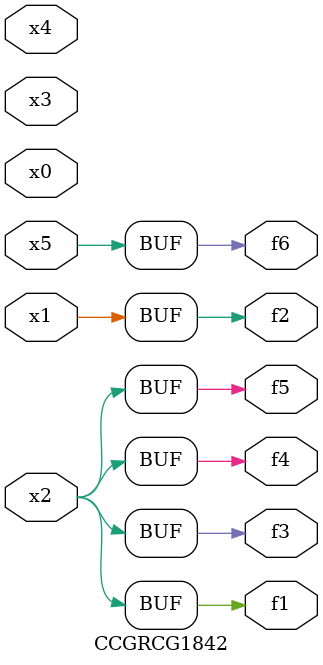
<source format=v>
module CCGRCG1842(
	input x0, x1, x2, x3, x4, x5,
	output f1, f2, f3, f4, f5, f6
);
	assign f1 = x2;
	assign f2 = x1;
	assign f3 = x2;
	assign f4 = x2;
	assign f5 = x2;
	assign f6 = x5;
endmodule

</source>
